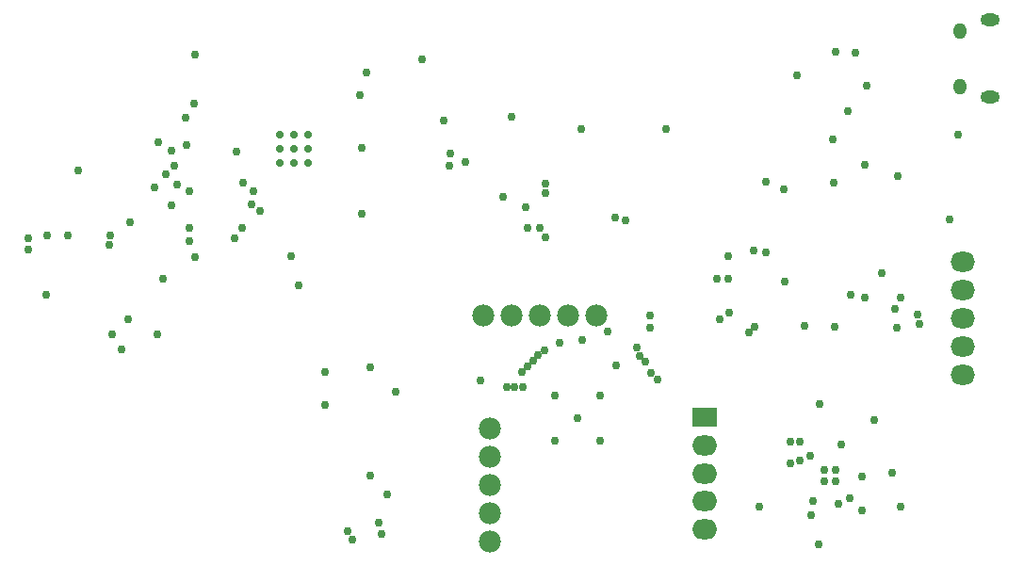
<source format=gbs>
G04 Layer_Color=8150272*
%FSLAX25Y25*%
%MOIN*%
G70*
G01*
G75*
%ADD118O,0.04540X0.05721*%
%ADD119O,0.06902X0.04343*%
%ADD120C,0.07800*%
%ADD121O,0.08800X0.07099*%
%ADD122R,0.08800X0.07099*%
%ADD123C,0.02800*%
%ADD124O,0.08674X0.07099*%
%ADD125C,0.03000*%
D118*
X477500Y328842D02*
D03*
Y309157D02*
D03*
D119*
X488130Y305221D02*
D03*
Y332780D02*
D03*
D120*
X308839Y228019D02*
D03*
X318839D02*
D03*
X328839D02*
D03*
X338839D02*
D03*
X348839D02*
D03*
X311339Y148019D02*
D03*
Y158019D02*
D03*
Y168019D02*
D03*
Y178019D02*
D03*
Y188019D02*
D03*
D121*
X387200Y152430D02*
D03*
Y162272D02*
D03*
Y172115D02*
D03*
Y181957D02*
D03*
D122*
Y192000D02*
D03*
D123*
X247000Y282000D02*
D03*
Y287000D02*
D03*
Y292000D02*
D03*
X242000D02*
D03*
Y287000D02*
D03*
Y282000D02*
D03*
X237000Y292000D02*
D03*
Y287000D02*
D03*
Y282000D02*
D03*
D124*
X478500Y247000D02*
D03*
Y237000D02*
D03*
Y227000D02*
D03*
Y217000D02*
D03*
Y207000D02*
D03*
D125*
X433500Y321500D02*
D03*
X409000Y275500D02*
D03*
X444000Y281500D02*
D03*
X437750Y300250D02*
D03*
X275000Y164657D02*
D03*
X273000Y150657D02*
D03*
X261000Y151657D02*
D03*
X272000Y154657D02*
D03*
X262500Y148658D02*
D03*
X450000Y243000D02*
D03*
X454500Y230500D02*
D03*
X439000Y235500D02*
D03*
X443793Y234207D02*
D03*
X456500Y234500D02*
D03*
X433500Y169500D02*
D03*
X434500Y161500D02*
D03*
X438500Y163500D02*
D03*
X406496Y160504D02*
D03*
X456504D02*
D03*
X425500Y162500D02*
D03*
X447039Y190961D02*
D03*
X443000Y171000D02*
D03*
X453500Y172500D02*
D03*
X424500Y178500D02*
D03*
X443000Y159000D02*
D03*
X429500Y169500D02*
D03*
X334339Y199519D02*
D03*
Y183519D02*
D03*
X350339D02*
D03*
Y199519D02*
D03*
X342339Y191519D02*
D03*
X177500Y221500D02*
D03*
X183039Y226539D02*
D03*
X181000Y216000D02*
D03*
X193500Y221500D02*
D03*
X268900Y171358D02*
D03*
X319000Y298500D02*
D03*
X176500Y253000D02*
D03*
X165500Y279500D02*
D03*
X154219Y235425D02*
D03*
X204000Y288500D02*
D03*
X194000Y289500D02*
D03*
X198500Y267000D02*
D03*
X203500Y298000D02*
D03*
X207000Y320500D02*
D03*
X206800Y248800D02*
D03*
X287200Y318800D02*
D03*
X206500Y303000D02*
D03*
X221500Y286000D02*
D03*
X192500Y273500D02*
D03*
X227000Y267500D02*
D03*
X230000Y265000D02*
D03*
X224000Y275000D02*
D03*
X227500Y272000D02*
D03*
X196500Y278000D02*
D03*
X200500Y274500D02*
D03*
X199500Y281000D02*
D03*
X205000Y272000D02*
D03*
X198500Y286500D02*
D03*
X409000Y250500D02*
D03*
X415500Y240000D02*
D03*
X373405Y294095D02*
D03*
X343405D02*
D03*
X391695Y241000D02*
D03*
X395500D02*
D03*
Y249000D02*
D03*
X425000Y157500D02*
D03*
X427500Y147000D02*
D03*
X177000Y256500D02*
D03*
X184000Y261000D02*
D03*
X205000Y259000D02*
D03*
X223500D02*
D03*
X205000Y254500D02*
D03*
X266000Y287500D02*
D03*
Y264000D02*
D03*
X241000Y249000D02*
D03*
X195500Y241000D02*
D03*
X444500Y309500D02*
D03*
X440500Y321000D02*
D03*
X432500Y290500D02*
D03*
X420000Y313000D02*
D03*
X477000Y292000D02*
D03*
X455500Y277500D02*
D03*
X474000Y262000D02*
D03*
X267500Y314000D02*
D03*
X295000Y297000D02*
D03*
X316000Y270000D02*
D03*
X324000Y266500D02*
D03*
X329000Y259000D02*
D03*
X324500D02*
D03*
X221000Y255500D02*
D03*
X331000Y274700D02*
D03*
Y271500D02*
D03*
X154500Y256500D02*
D03*
X148000Y255500D02*
D03*
X162000Y256500D02*
D03*
X148000Y251500D02*
D03*
X355839Y210319D02*
D03*
X344000Y219500D02*
D03*
X336000Y218500D02*
D03*
X330430Y215830D02*
D03*
X326470Y211870D02*
D03*
X324490Y209890D02*
D03*
X322510Y207910D02*
D03*
X328330Y213970D02*
D03*
X435600Y182300D02*
D03*
X364180Y213520D02*
D03*
X417400Y175800D02*
D03*
Y183400D02*
D03*
X421000Y176600D02*
D03*
Y183500D02*
D03*
X427800Y196800D02*
D03*
X363100Y216600D02*
D03*
X353000Y222500D02*
D03*
X370600Y205300D02*
D03*
X366160Y211540D02*
D03*
X368300Y207600D02*
D03*
X322800Y202600D02*
D03*
X320000D02*
D03*
X317200D02*
D03*
X404500Y251000D02*
D03*
X395900Y229000D02*
D03*
X422500Y224300D02*
D03*
X433100Y224100D02*
D03*
X455100Y223800D02*
D03*
X392600Y226800D02*
D03*
X404995Y223995D02*
D03*
X403015Y222015D02*
D03*
X463200Y225000D02*
D03*
X462400Y228500D02*
D03*
X367900Y223600D02*
D03*
X368000Y227900D02*
D03*
X265100Y306100D02*
D03*
X432800Y274900D02*
D03*
X359200Y261800D02*
D03*
X331000Y255800D02*
D03*
X355500Y262800D02*
D03*
X415300Y272700D02*
D03*
X302500Y282500D02*
D03*
X297300Y285400D02*
D03*
X296900Y281000D02*
D03*
X307900Y205100D02*
D03*
X252937Y196337D02*
D03*
X253000Y208100D02*
D03*
X243500Y238700D02*
D03*
X268900Y209800D02*
D03*
X278000Y200900D02*
D03*
X433500Y173500D02*
D03*
X429500D02*
D03*
M02*

</source>
